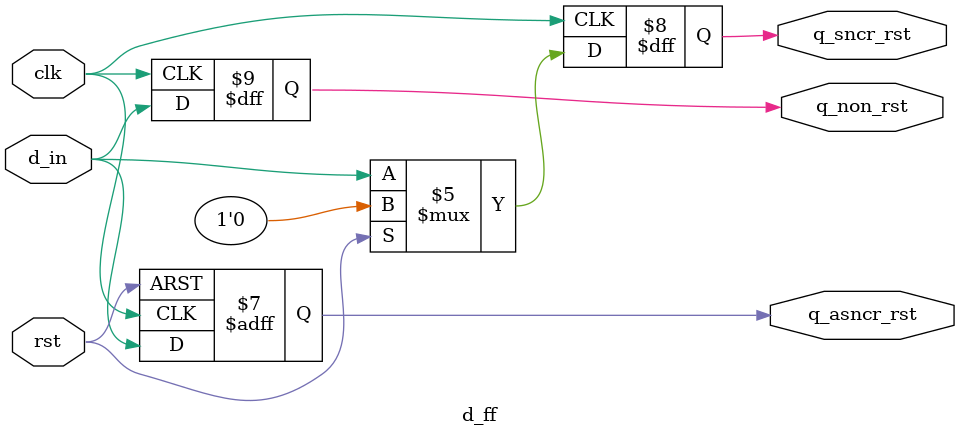
<source format=v>

module d_ff(q_non_rst,
       		q_sncr_rst,
	       	q_asncr_rst,
	       	d_in,
	       	clk,
	       	rst);

	input d_in; 
	input clk;
	input rst;

	output reg q_non_rst; 
	output reg q_sncr_rst; 
	output reg q_asncr_rst;

	// no reset
	always@(posedge clk)
		q_non_rst <= d_in;

	//synchronize reset
	always@(posedge clk)
		if (rst)
			q_sncr_rst <= 1'b0;
		else
			q_sncr_rst <= d_in;
	
	//asynchronize reset
	always@(posedge clk or posedge rst)
		if (rst)
			q_asncr_rst <= 1'b0;
		else
			q_asncr_rst <= d_in;
	
endmodule
				

</source>
